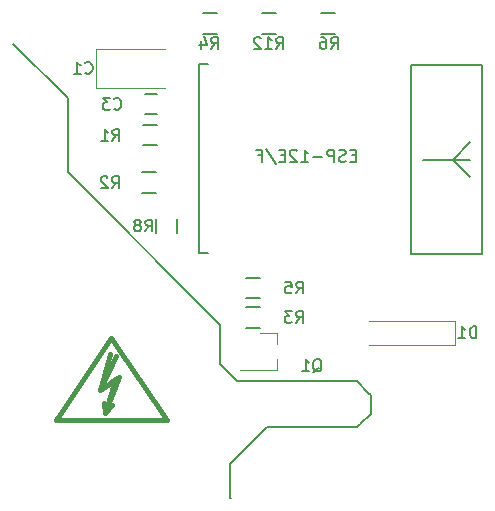
<source format=gbo>
G04 #@! TF.FileFunction,Legend,Bot*
%FSLAX46Y46*%
G04 Gerber Fmt 4.6, Leading zero omitted, Abs format (unit mm)*
G04 Created by KiCad (PCBNEW 4.0.6) date Thursday, 27 July 2017 21:49:40*
%MOMM*%
%LPD*%
G01*
G04 APERTURE LIST*
%ADD10C,0.100000*%
%ADD11C,0.200000*%
%ADD12C,0.381000*%
%ADD13C,0.120000*%
%ADD14C,0.150000*%
%ADD15C,0.152400*%
G04 APERTURE END LIST*
D10*
D11*
X137050000Y-116000000D02*
X137100000Y-116000000D01*
X137050000Y-113150000D02*
X137050000Y-116000000D01*
X140150000Y-110050000D02*
X137050000Y-113150000D01*
X147800000Y-110050000D02*
X140150000Y-110050000D01*
X148050000Y-109800000D02*
X147800000Y-110050000D01*
X148950000Y-108900000D02*
X148050000Y-109800000D01*
X148950000Y-108650000D02*
X148950000Y-108900000D01*
X148950000Y-107350000D02*
X148950000Y-108650000D01*
X148700000Y-107100000D02*
X148950000Y-107350000D01*
X147750000Y-106150000D02*
X148700000Y-107100000D01*
X147300000Y-106150000D02*
X147750000Y-106150000D01*
X137650000Y-106150000D02*
X147300000Y-106150000D01*
X136200000Y-104700000D02*
X137650000Y-106150000D01*
X136200000Y-101350000D02*
X136200000Y-104700000D01*
X123300000Y-82200000D02*
X118650000Y-77550000D01*
X123300000Y-88450000D02*
X136200000Y-101350000D01*
X123300000Y-82150000D02*
X123300000Y-88450000D01*
X157375000Y-87375000D02*
X153375000Y-87375000D01*
X155875000Y-87375000D02*
X157375000Y-88875000D01*
X155875000Y-87375000D02*
X157375000Y-85875000D01*
X152375000Y-79375000D02*
X158375000Y-79375000D01*
X152375000Y-95375000D02*
X152375000Y-79375000D01*
X158375000Y-95375000D02*
X152375000Y-95375000D01*
X158375000Y-79375000D02*
X158375000Y-95375000D01*
X147666667Y-87028571D02*
X147333333Y-87028571D01*
X147190476Y-87552381D02*
X147666667Y-87552381D01*
X147666667Y-86552381D01*
X147190476Y-86552381D01*
X146809524Y-87504762D02*
X146666667Y-87552381D01*
X146428571Y-87552381D01*
X146333333Y-87504762D01*
X146285714Y-87457143D01*
X146238095Y-87361905D01*
X146238095Y-87266667D01*
X146285714Y-87171429D01*
X146333333Y-87123810D01*
X146428571Y-87076190D01*
X146619048Y-87028571D01*
X146714286Y-86980952D01*
X146761905Y-86933333D01*
X146809524Y-86838095D01*
X146809524Y-86742857D01*
X146761905Y-86647619D01*
X146714286Y-86600000D01*
X146619048Y-86552381D01*
X146380952Y-86552381D01*
X146238095Y-86600000D01*
X145809524Y-87552381D02*
X145809524Y-86552381D01*
X145428571Y-86552381D01*
X145333333Y-86600000D01*
X145285714Y-86647619D01*
X145238095Y-86742857D01*
X145238095Y-86885714D01*
X145285714Y-86980952D01*
X145333333Y-87028571D01*
X145428571Y-87076190D01*
X145809524Y-87076190D01*
X144809524Y-87171429D02*
X144047619Y-87171429D01*
X143047619Y-87552381D02*
X143619048Y-87552381D01*
X143333334Y-87552381D02*
X143333334Y-86552381D01*
X143428572Y-86695238D01*
X143523810Y-86790476D01*
X143619048Y-86838095D01*
X142666667Y-86647619D02*
X142619048Y-86600000D01*
X142523810Y-86552381D01*
X142285714Y-86552381D01*
X142190476Y-86600000D01*
X142142857Y-86647619D01*
X142095238Y-86742857D01*
X142095238Y-86838095D01*
X142142857Y-86980952D01*
X142714286Y-87552381D01*
X142095238Y-87552381D01*
X141666667Y-87028571D02*
X141333333Y-87028571D01*
X141190476Y-87552381D02*
X141666667Y-87552381D01*
X141666667Y-86552381D01*
X141190476Y-86552381D01*
X140047619Y-86504762D02*
X140904762Y-87790476D01*
X139380952Y-87028571D02*
X139714286Y-87028571D01*
X139714286Y-87552381D02*
X139714286Y-86552381D01*
X139238095Y-86552381D01*
D12*
X126452160Y-108849640D02*
X127651040Y-105750840D01*
X127651040Y-105750840D02*
X127051600Y-106149620D01*
X126050840Y-106850660D02*
X127351320Y-104049040D01*
X126452160Y-108849640D02*
X127051600Y-108151140D01*
X126850940Y-103850920D02*
X126050840Y-106850660D01*
X126050840Y-106850660D02*
X127249720Y-106050560D01*
X127249720Y-106050560D02*
X126452160Y-108849640D01*
X126452160Y-108849640D02*
X126350560Y-107950480D01*
X126950000Y-102459000D02*
X131649000Y-109444000D01*
X131649000Y-109444000D02*
X122251000Y-109444000D01*
X122251000Y-109444000D02*
X126950000Y-102459000D01*
D13*
X125700000Y-81300000D02*
X131500000Y-81300000D01*
X125700000Y-78000000D02*
X131500000Y-78000000D01*
X125700000Y-81300000D02*
X125700000Y-78000000D01*
D14*
X129850000Y-81800000D02*
X130850000Y-81800000D01*
X130850000Y-83500000D02*
X129850000Y-83500000D01*
D13*
X148800000Y-101050000D02*
X156100000Y-101050000D01*
X156100000Y-101050000D02*
X156100000Y-103050000D01*
X156100000Y-103050000D02*
X148800000Y-103050000D01*
X141010000Y-102020000D02*
X141010000Y-102950000D01*
X141010000Y-105180000D02*
X141010000Y-104250000D01*
X141010000Y-105180000D02*
X137850000Y-105180000D01*
X141010000Y-102020000D02*
X139550000Y-102020000D01*
D14*
X129650000Y-86175000D02*
X130850000Y-86175000D01*
X130850000Y-84425000D02*
X129650000Y-84425000D01*
X129600000Y-90175000D02*
X130800000Y-90175000D01*
X130800000Y-88425000D02*
X129600000Y-88425000D01*
X138400000Y-101625000D02*
X139600000Y-101625000D01*
X139600000Y-99875000D02*
X138400000Y-99875000D01*
X135900000Y-74975000D02*
X134700000Y-74975000D01*
X134700000Y-76725000D02*
X135900000Y-76725000D01*
X139600000Y-97375000D02*
X138400000Y-97375000D01*
X138400000Y-99125000D02*
X139600000Y-99125000D01*
X145950000Y-74975000D02*
X144750000Y-74975000D01*
X144750000Y-76725000D02*
X145950000Y-76725000D01*
X132525000Y-93600000D02*
X132525000Y-92400000D01*
X130775000Y-92400000D02*
X130775000Y-93600000D01*
X139700000Y-76725000D02*
X140900000Y-76725000D01*
X140900000Y-74975000D02*
X139700000Y-74975000D01*
D15*
X135141000Y-95316000D02*
X134379000Y-95316000D01*
X134379000Y-95316000D02*
X134379000Y-79314000D01*
X134379000Y-79314000D02*
X135141000Y-79314000D01*
D14*
X124766666Y-80007143D02*
X124814285Y-80054762D01*
X124957142Y-80102381D01*
X125052380Y-80102381D01*
X125195238Y-80054762D01*
X125290476Y-79959524D01*
X125338095Y-79864286D01*
X125385714Y-79673810D01*
X125385714Y-79530952D01*
X125338095Y-79340476D01*
X125290476Y-79245238D01*
X125195238Y-79150000D01*
X125052380Y-79102381D01*
X124957142Y-79102381D01*
X124814285Y-79150000D01*
X124766666Y-79197619D01*
X123814285Y-80102381D02*
X124385714Y-80102381D01*
X124100000Y-80102381D02*
X124100000Y-79102381D01*
X124195238Y-79245238D01*
X124290476Y-79340476D01*
X124385714Y-79388095D01*
X127216666Y-83057143D02*
X127264285Y-83104762D01*
X127407142Y-83152381D01*
X127502380Y-83152381D01*
X127645238Y-83104762D01*
X127740476Y-83009524D01*
X127788095Y-82914286D01*
X127835714Y-82723810D01*
X127835714Y-82580952D01*
X127788095Y-82390476D01*
X127740476Y-82295238D01*
X127645238Y-82200000D01*
X127502380Y-82152381D01*
X127407142Y-82152381D01*
X127264285Y-82200000D01*
X127216666Y-82247619D01*
X126883333Y-82152381D02*
X126264285Y-82152381D01*
X126597619Y-82533333D01*
X126454761Y-82533333D01*
X126359523Y-82580952D01*
X126311904Y-82628571D01*
X126264285Y-82723810D01*
X126264285Y-82961905D01*
X126311904Y-83057143D01*
X126359523Y-83104762D01*
X126454761Y-83152381D01*
X126740476Y-83152381D01*
X126835714Y-83104762D01*
X126883333Y-83057143D01*
X157888095Y-102502381D02*
X157888095Y-101502381D01*
X157650000Y-101502381D01*
X157507142Y-101550000D01*
X157411904Y-101645238D01*
X157364285Y-101740476D01*
X157316666Y-101930952D01*
X157316666Y-102073810D01*
X157364285Y-102264286D01*
X157411904Y-102359524D01*
X157507142Y-102454762D01*
X157650000Y-102502381D01*
X157888095Y-102502381D01*
X156364285Y-102502381D02*
X156935714Y-102502381D01*
X156650000Y-102502381D02*
X156650000Y-101502381D01*
X156745238Y-101645238D01*
X156840476Y-101740476D01*
X156935714Y-101788095D01*
X144045238Y-105397619D02*
X144140476Y-105350000D01*
X144235714Y-105254762D01*
X144378571Y-105111905D01*
X144473810Y-105064286D01*
X144569048Y-105064286D01*
X144521429Y-105302381D02*
X144616667Y-105254762D01*
X144711905Y-105159524D01*
X144759524Y-104969048D01*
X144759524Y-104635714D01*
X144711905Y-104445238D01*
X144616667Y-104350000D01*
X144521429Y-104302381D01*
X144330952Y-104302381D01*
X144235714Y-104350000D01*
X144140476Y-104445238D01*
X144092857Y-104635714D01*
X144092857Y-104969048D01*
X144140476Y-105159524D01*
X144235714Y-105254762D01*
X144330952Y-105302381D01*
X144521429Y-105302381D01*
X143140476Y-105302381D02*
X143711905Y-105302381D01*
X143426191Y-105302381D02*
X143426191Y-104302381D01*
X143521429Y-104445238D01*
X143616667Y-104540476D01*
X143711905Y-104588095D01*
X127066666Y-85802381D02*
X127400000Y-85326190D01*
X127638095Y-85802381D02*
X127638095Y-84802381D01*
X127257142Y-84802381D01*
X127161904Y-84850000D01*
X127114285Y-84897619D01*
X127066666Y-84992857D01*
X127066666Y-85135714D01*
X127114285Y-85230952D01*
X127161904Y-85278571D01*
X127257142Y-85326190D01*
X127638095Y-85326190D01*
X126114285Y-85802381D02*
X126685714Y-85802381D01*
X126400000Y-85802381D02*
X126400000Y-84802381D01*
X126495238Y-84945238D01*
X126590476Y-85040476D01*
X126685714Y-85088095D01*
X127016666Y-89802381D02*
X127350000Y-89326190D01*
X127588095Y-89802381D02*
X127588095Y-88802381D01*
X127207142Y-88802381D01*
X127111904Y-88850000D01*
X127064285Y-88897619D01*
X127016666Y-88992857D01*
X127016666Y-89135714D01*
X127064285Y-89230952D01*
X127111904Y-89278571D01*
X127207142Y-89326190D01*
X127588095Y-89326190D01*
X126635714Y-88897619D02*
X126588095Y-88850000D01*
X126492857Y-88802381D01*
X126254761Y-88802381D01*
X126159523Y-88850000D01*
X126111904Y-88897619D01*
X126064285Y-88992857D01*
X126064285Y-89088095D01*
X126111904Y-89230952D01*
X126683333Y-89802381D01*
X126064285Y-89802381D01*
X142616666Y-101202381D02*
X142950000Y-100726190D01*
X143188095Y-101202381D02*
X143188095Y-100202381D01*
X142807142Y-100202381D01*
X142711904Y-100250000D01*
X142664285Y-100297619D01*
X142616666Y-100392857D01*
X142616666Y-100535714D01*
X142664285Y-100630952D01*
X142711904Y-100678571D01*
X142807142Y-100726190D01*
X143188095Y-100726190D01*
X142283333Y-100202381D02*
X141664285Y-100202381D01*
X141997619Y-100583333D01*
X141854761Y-100583333D01*
X141759523Y-100630952D01*
X141711904Y-100678571D01*
X141664285Y-100773810D01*
X141664285Y-101011905D01*
X141711904Y-101107143D01*
X141759523Y-101154762D01*
X141854761Y-101202381D01*
X142140476Y-101202381D01*
X142235714Y-101154762D01*
X142283333Y-101107143D01*
X135416666Y-78002381D02*
X135750000Y-77526190D01*
X135988095Y-78002381D02*
X135988095Y-77002381D01*
X135607142Y-77002381D01*
X135511904Y-77050000D01*
X135464285Y-77097619D01*
X135416666Y-77192857D01*
X135416666Y-77335714D01*
X135464285Y-77430952D01*
X135511904Y-77478571D01*
X135607142Y-77526190D01*
X135988095Y-77526190D01*
X134559523Y-77335714D02*
X134559523Y-78002381D01*
X134797619Y-76954762D02*
X135035714Y-77669048D01*
X134416666Y-77669048D01*
X142616666Y-98702381D02*
X142950000Y-98226190D01*
X143188095Y-98702381D02*
X143188095Y-97702381D01*
X142807142Y-97702381D01*
X142711904Y-97750000D01*
X142664285Y-97797619D01*
X142616666Y-97892857D01*
X142616666Y-98035714D01*
X142664285Y-98130952D01*
X142711904Y-98178571D01*
X142807142Y-98226190D01*
X143188095Y-98226190D01*
X141711904Y-97702381D02*
X142188095Y-97702381D01*
X142235714Y-98178571D01*
X142188095Y-98130952D01*
X142092857Y-98083333D01*
X141854761Y-98083333D01*
X141759523Y-98130952D01*
X141711904Y-98178571D01*
X141664285Y-98273810D01*
X141664285Y-98511905D01*
X141711904Y-98607143D01*
X141759523Y-98654762D01*
X141854761Y-98702381D01*
X142092857Y-98702381D01*
X142188095Y-98654762D01*
X142235714Y-98607143D01*
X145566666Y-78002381D02*
X145900000Y-77526190D01*
X146138095Y-78002381D02*
X146138095Y-77002381D01*
X145757142Y-77002381D01*
X145661904Y-77050000D01*
X145614285Y-77097619D01*
X145566666Y-77192857D01*
X145566666Y-77335714D01*
X145614285Y-77430952D01*
X145661904Y-77478571D01*
X145757142Y-77526190D01*
X146138095Y-77526190D01*
X144709523Y-77002381D02*
X144900000Y-77002381D01*
X144995238Y-77050000D01*
X145042857Y-77097619D01*
X145138095Y-77240476D01*
X145185714Y-77430952D01*
X145185714Y-77811905D01*
X145138095Y-77907143D01*
X145090476Y-77954762D01*
X144995238Y-78002381D01*
X144804761Y-78002381D01*
X144709523Y-77954762D01*
X144661904Y-77907143D01*
X144614285Y-77811905D01*
X144614285Y-77573810D01*
X144661904Y-77478571D01*
X144709523Y-77430952D01*
X144804761Y-77383333D01*
X144995238Y-77383333D01*
X145090476Y-77430952D01*
X145138095Y-77478571D01*
X145185714Y-77573810D01*
X129866666Y-93452381D02*
X130200000Y-92976190D01*
X130438095Y-93452381D02*
X130438095Y-92452381D01*
X130057142Y-92452381D01*
X129961904Y-92500000D01*
X129914285Y-92547619D01*
X129866666Y-92642857D01*
X129866666Y-92785714D01*
X129914285Y-92880952D01*
X129961904Y-92928571D01*
X130057142Y-92976190D01*
X130438095Y-92976190D01*
X129295238Y-92880952D02*
X129390476Y-92833333D01*
X129438095Y-92785714D01*
X129485714Y-92690476D01*
X129485714Y-92642857D01*
X129438095Y-92547619D01*
X129390476Y-92500000D01*
X129295238Y-92452381D01*
X129104761Y-92452381D01*
X129009523Y-92500000D01*
X128961904Y-92547619D01*
X128914285Y-92642857D01*
X128914285Y-92690476D01*
X128961904Y-92785714D01*
X129009523Y-92833333D01*
X129104761Y-92880952D01*
X129295238Y-92880952D01*
X129390476Y-92928571D01*
X129438095Y-92976190D01*
X129485714Y-93071429D01*
X129485714Y-93261905D01*
X129438095Y-93357143D01*
X129390476Y-93404762D01*
X129295238Y-93452381D01*
X129104761Y-93452381D01*
X129009523Y-93404762D01*
X128961904Y-93357143D01*
X128914285Y-93261905D01*
X128914285Y-93071429D01*
X128961904Y-92976190D01*
X129009523Y-92928571D01*
X129104761Y-92880952D01*
X140942857Y-78002381D02*
X141276191Y-77526190D01*
X141514286Y-78002381D02*
X141514286Y-77002381D01*
X141133333Y-77002381D01*
X141038095Y-77050000D01*
X140990476Y-77097619D01*
X140942857Y-77192857D01*
X140942857Y-77335714D01*
X140990476Y-77430952D01*
X141038095Y-77478571D01*
X141133333Y-77526190D01*
X141514286Y-77526190D01*
X139990476Y-78002381D02*
X140561905Y-78002381D01*
X140276191Y-78002381D02*
X140276191Y-77002381D01*
X140371429Y-77145238D01*
X140466667Y-77240476D01*
X140561905Y-77288095D01*
X139609524Y-77097619D02*
X139561905Y-77050000D01*
X139466667Y-77002381D01*
X139228571Y-77002381D01*
X139133333Y-77050000D01*
X139085714Y-77097619D01*
X139038095Y-77192857D01*
X139038095Y-77288095D01*
X139085714Y-77430952D01*
X139657143Y-78002381D01*
X139038095Y-78002381D01*
M02*

</source>
